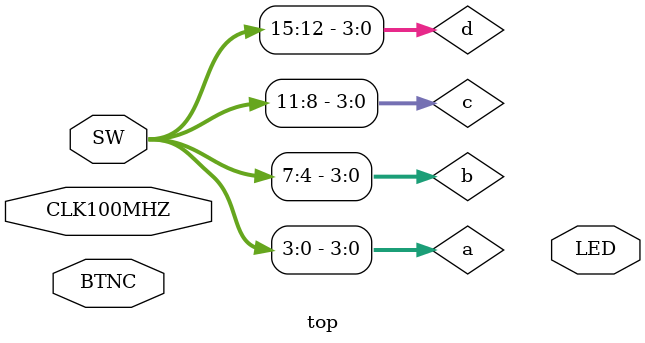
<source format=v>
`timescale 1ns / 1ps
module top(
    input CLK100MHZ,//clk
    input [15:0]SW,
    input BTNC,
    output [5:0]LED
    );
    wire [3:0] a, b, c, d;
    wire [5:0] sum;
    assign a = SW[3:0];
    assign b = SW[7:4];
    assign c = SW[11:8];
    assign d = SW[15:12];
    assign sum = a + b + c + d;

endmodule

</source>
